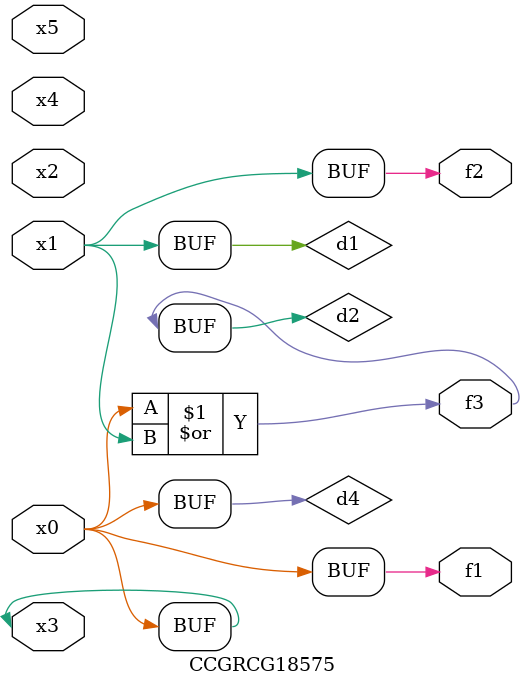
<source format=v>
module CCGRCG18575(
	input x0, x1, x2, x3, x4, x5,
	output f1, f2, f3
);

	wire d1, d2, d3, d4;

	and (d1, x1);
	or (d2, x0, x1);
	nand (d3, x0, x5);
	buf (d4, x0, x3);
	assign f1 = d4;
	assign f2 = d1;
	assign f3 = d2;
endmodule

</source>
